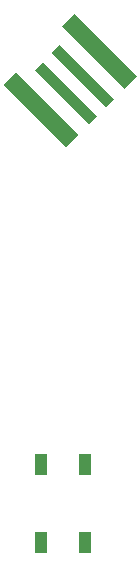
<source format=gbp>
G04 Layer: BottomPasteMaskLayer*
G04 EasyEDA v6.5.1, 2022-05-17 10:42:42*
G04 183223736e564f1bbe1f5351ff330512,a895fda7382342f89faddf0c187955a9,10*
G04 Gerber Generator version 0.2*
G04 Scale: 100 percent, Rotated: No, Reflected: No *
G04 Dimensions in inches *
G04 leading zeros omitted , absolute positions ,3 integer and 6 decimal *
%FSLAX36Y36*%
%MOIN*%

%ADD10C,0.0001*%

%LPD*%
G36*
X-928403Y3276514D02*
G01*
X-719616Y3067725D01*
X-677862Y3109481D01*
X-886649Y3318267D01*
G37*
G36*
X-963203Y3186042D02*
G01*
X-782255Y3005093D01*
X-754416Y3032932D01*
X-935365Y3213881D01*
G37*
G36*
X-1018881Y3130365D02*
G01*
X-837932Y2949416D01*
X-810093Y2977255D01*
X-991042Y3158203D01*
G37*
G36*
X-1123267Y3081649D02*
G01*
X-914481Y2872862D01*
X-872725Y2914616D01*
X-1081514Y3123403D01*
G37*
G36*
X-832514Y1521613D02*
G01*
X-832514Y1588544D01*
X-871885Y1588544D01*
X-871885Y1521613D01*
G37*
G36*
X-832465Y1781455D02*
G01*
X-832465Y1848386D01*
X-871835Y1848386D01*
X-871835Y1781455D01*
G37*
G36*
X-978164Y1521613D02*
G01*
X-978164Y1588544D01*
X-1017534Y1588544D01*
X-1017534Y1521613D01*
G37*
G36*
X-978164Y1781455D02*
G01*
X-978164Y1848386D01*
X-1017534Y1848386D01*
X-1017534Y1781455D01*
G37*
M02*

</source>
